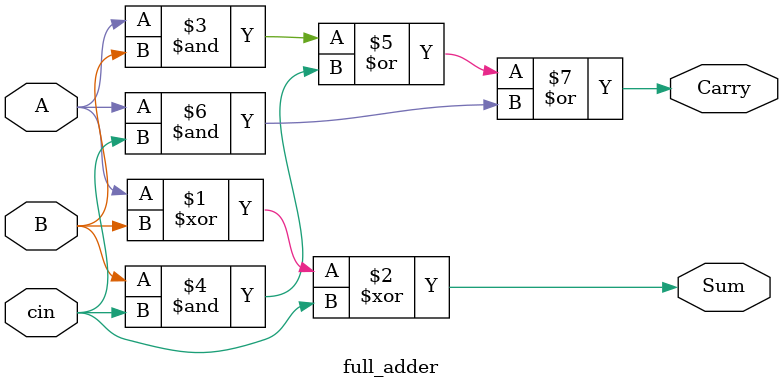
<source format=v>
`timescale 1ns / 1ps

module full_adder(Sum,Carry,A,B,cin);
input A,B,cin;
output Sum,Carry;
assign Sum=A^B^cin;
assign Carry=(A & B) | (B & cin) | (A & cin);
endmodule

</source>
